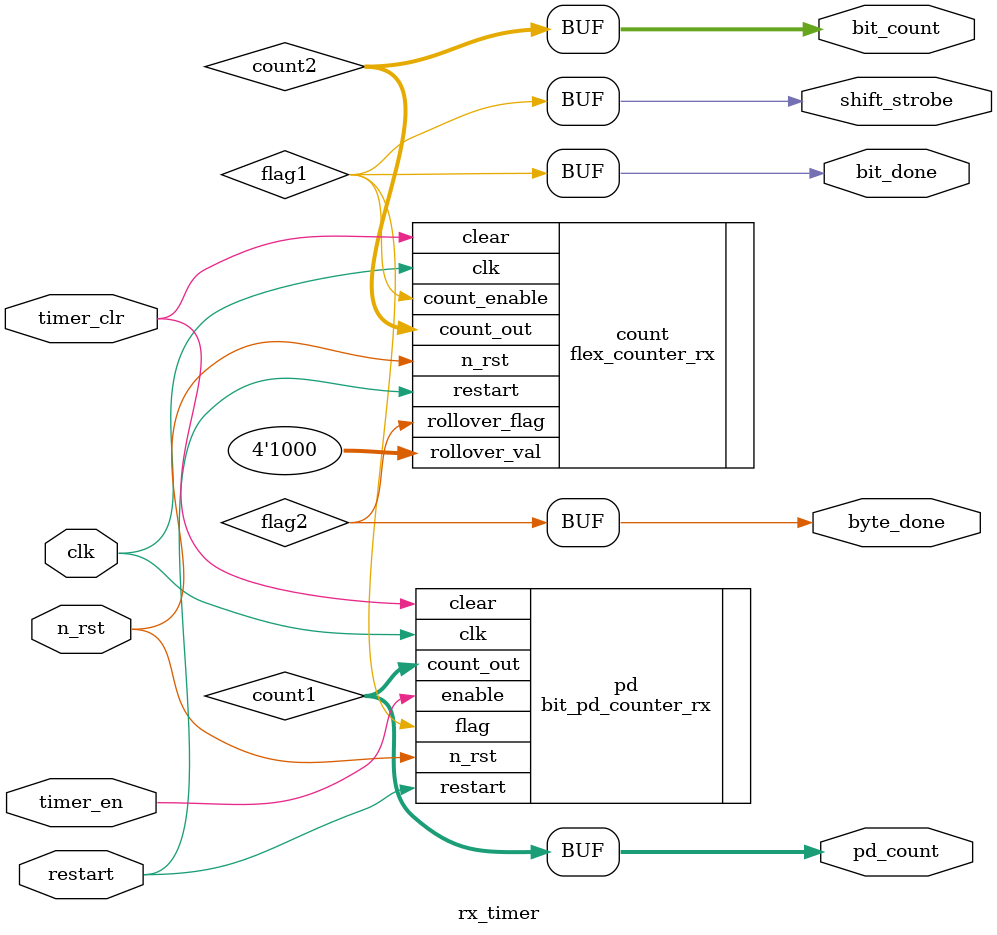
<source format=sv>
`timescale 1ns / 10ps

module rx_timer #(
    // parameters
) (
    input clk, n_rst,
    input logic timer_en, timer_clr, restart,
    output logic byte_done, shift_strobe, bit_done,
    output logic [3:0] pd_count, bit_count
);
    logic flag1, flag2;
    logic [3:0] count1, count2;
    bit_pd_counter_rx pd (
        .clk(clk),
        .n_rst(n_rst),
        .restart(restart),
        .enable(timer_en),
        .clear(timer_clr),
        .flag(flag1),
        .count_out(count1)
    );
    flex_counter_rx count (
        .clk(clk),
        .n_rst(n_rst),
        .restart(restart),
        .clear(timer_clr),
        .count_enable(flag1),
        .rollover_val(4'h8),
        .rollover_flag(flag2),
        .count_out(count2)
    );
    assign shift_strobe = flag1;
    assign bit_done = flag1;
    assign byte_done = flag2;
    assign pd_count = count1;
    assign bit_count = count2;
endmodule

</source>
